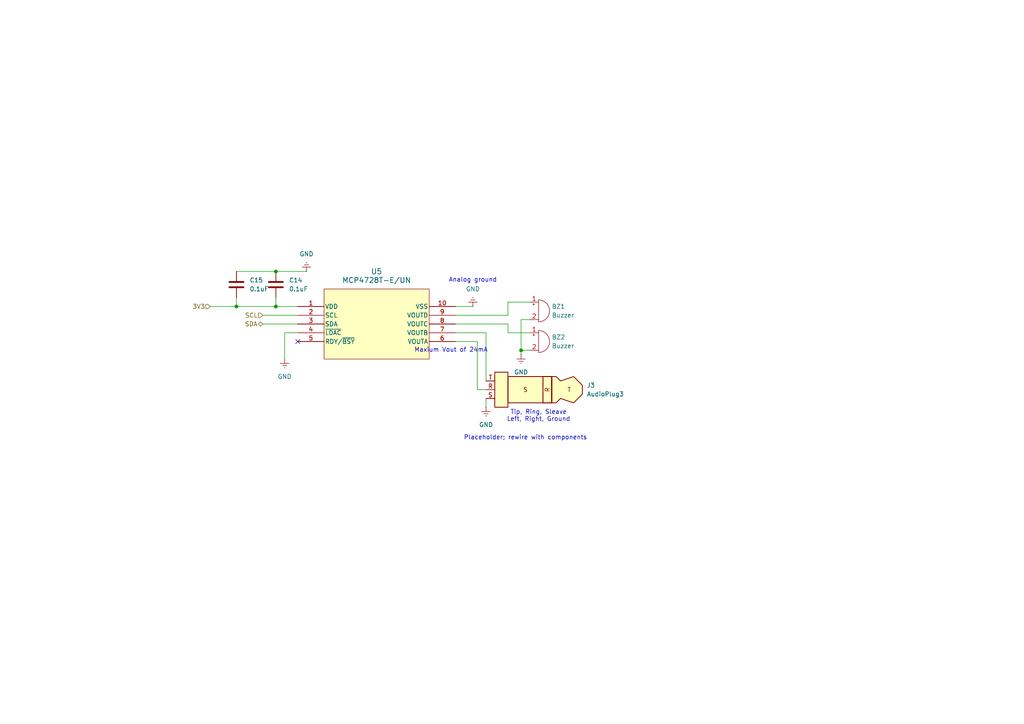
<source format=kicad_sch>
(kicad_sch (version 20231120) (generator "eeschema") (generator_version "8.0")
  (paper "A4")
  (lib_symbols
    (symbol "Connector_Audio:AudioPlug3"
      (property "Reference" "J" (at 1.27 6.35 0))
      (property "Value" "AudioPlug3" (at 1.27 -6.35 0))
      (symbol "AudioPlug3_0_0"
        (text "R" (at -2.54 0 900) (effects (font (size 1.27 1.27))))
      )
      (symbol "AudioPlug3_0_1"
        (rectangle (start -3.81 3.81) (end -1.27 -3.81) (stroke (width 0.254)))
        (rectangle (start -1.27 -1.27) (end -1.27 -1.27))
      )
      (symbol "AudioPlug3_1_0"
        (text "S" (at 3.81 0 0) (effects (font (size 1.27 1.27))))
        (text "T" (at -8.89 0 0) (effects (font (size 1.27 1.27))))
      )
      (symbol "AudioPlug3_1_1"
        (rectangle (start -3.81 3.81) (end 8.89 -3.81) (stroke (width 0.254)) (fill (type background)))
        (polyline (pts (xy -3.81 3.81) (xy -5.08 3.81) (xy -6.35 2.54) (xy -10.16 3.81) (xy -12.7 1.27) (xy -12.7 -1.27) (xy -10.16 -3.81) (xy -6.35 -2.54) (xy -5.08 -3.81) (xy -3.81 -3.81) (xy -3.81 3.81)) (stroke (width 0.254)) (fill (type background)))
        (rectangle (start 12.7 5.08) (end 8.89 -5.08) (stroke (width 0.254)) (fill (type background)))
        (pin passive line (at 15.24 0 180) (length 2.54) (name "~") (number "R"))
        (pin passive line (at 15.24 2.54 180) (length 2.54) (name "~") (number "S"))
        (pin passive line (at 15.24 -2.54 180) (length 2.54) (name "~") (number "T"))
      )
    )
    (symbol "Device:Buzzer" (pin_names (offset 0.0254) hide)
      (property "Reference" "BZ" (at 3.81 1.27 0))
      (property "Value" "Buzzer" (at 3.81 -1.27 0))
      (symbol "Buzzer_0_1"
        (arc (start 0 -3.175) (mid 3.1612 0) (end 0 3.175))
        (polyline (pts (xy -1.651 1.905) (xy -1.143 1.905)))
        (polyline (pts (xy -1.397 2.159) (xy -1.397 1.651)))
        (polyline (pts (xy 0 3.175) (xy 0 -3.175)))
      )
      (symbol "Buzzer_1_1"
        (pin passive line (at -2.54 2.54 0) (length 2.54) (name "+") (number "1"))
        (pin passive line (at -2.54 -2.54 0) (length 2.54) (name "-") (number "2"))
      )
    )
    (symbol "Device:C" (pin_numbers hide) (pin_names (offset 0.254))
      (property "Reference" "C" (at 0.635 2.54 0))
      (property "Value" "C" (at 0.635 -2.54 0))
      (symbol "C_0_1"
        (polyline (pts (xy -2.032 -0.762) (xy 2.032 -0.762)) (stroke (width 0.508)))
        (polyline (pts (xy -2.032 0.762) (xy 2.032 0.762)) (stroke (width 0.508)))
      )
      (symbol "C_1_1"
        (pin passive line (at 0 3.81 270) (length 2.794) (name "~") (number "1"))
        (pin passive line (at 0 -3.81 90) (length 2.794) (name "~") (number "2"))
      )
    )
    (symbol "Peanut:GND" (power) (pin_numbers hide) (pin_names (offset 0) hide)
      (property "Value" "GND" (at 0 -3.81 0))
      (symbol "GND_0_1"
        (polyline (pts (xy -0.635 -1.905) (xy 0.635 -1.905)))
        (polyline (pts (xy -0.127 -2.54) (xy 0.127 -2.54)))
        (polyline (pts (xy 0 -1.27) (xy 0 0)))
        (polyline (pts (xy 1.27 -1.27) (xy -1.27 -1.27)))
      )
      (symbol "GND_1_1"
        (pin power_in line (at 0 0 270) (length 0) (name "~") (number "1"))
      )
    )
    (symbol "Peanut:MCP4728T-E_UN" (pin_names (offset 0.254))
      (property "Reference" "U" (at 34.29 8.89 0))
      (property "Value" "MCP4728T-E/UN" (at 34.29 6.858 0))
      (symbol "MCP4728T-E_UN_0_1"
        (rectangle (start 19.05 5.08) (end 49.53 -15.24) (fill (type background)))
        (pin power_in line (at 11.43 0 0) (length 7.62) (name "VDD") (number "1"))
        (pin power_in line (at 57.15 0 180) (length 7.62) (name "VSS") (number "10"))
        (pin input line (at 11.43 -2.54 0) (length 7.62) (name "SCL") (number "2"))
        (pin bidirectional line (at 11.43 -5.08 0) (length 7.62) (name "SDA") (number "3"))
        (pin output line (at 57.15 -10.16 180) (length 7.62) (name "VOUTA") (number "6"))
        (pin output line (at 57.15 -7.62 180) (length 7.62) (name "VOUTB") (number "7"))
        (pin output line (at 57.15 -5.08 180) (length 7.62) (name "VOUTC") (number "8"))
        (pin output line (at 57.15 -2.54 180) (length 7.62) (name "VOUTD") (number "9"))
      )
      (symbol "MCP4728T-E_UN_1_1"
        (pin input line (at 11.43 -7.62 0) (length 7.62) (name "~{LDAC}") (number "4"))
        (pin output line (at 11.43 -10.16 0) (length 7.62) (name "RDY/~{BSY}") (number "5"))
      )
    )
  )
  (junction (at 80.01 88.9))
  (junction (at 68.58 88.9))
  (junction (at 151.13 101.6))
  (junction (at 80.01 78.74))
  (no_connect (at 86.36 99.06))
  (wire (pts (xy 68.58 88.9) (xy 68.58 86.36)))
  (wire (pts (xy 80.01 86.36) (xy 80.01 88.9)))
  (wire (pts (xy 82.55 104.14) (xy 82.55 96.52)))
  (wire (pts (xy 140.97 115.57) (xy 140.97 118.11)))
  (wire (pts (xy 82.55 96.52) (xy 86.36 96.52)))
  (wire (pts (xy 68.58 78.74) (xy 80.01 78.74)))
  (wire (pts (xy 76.2 91.44) (xy 86.36 91.44)))
  (wire (pts (xy 140.97 96.52) (xy 140.97 110.49)))
  (wire (pts (xy 147.32 87.63) (xy 153.67 87.63)))
  (wire (pts (xy 138.43 113.03) (xy 140.97 113.03)))
  (wire (pts (xy 151.13 102.87) (xy 151.13 101.6)))
  (wire (pts (xy 80.01 88.9) (xy 86.36 88.9)))
  (wire (pts (xy 80.01 78.74) (xy 88.9 78.74)))
  (wire (pts (xy 147.32 93.98) (xy 132.08 93.98)))
  (wire (pts (xy 147.32 91.44) (xy 147.32 87.63)))
  (wire (pts (xy 147.32 96.52) (xy 147.32 93.98)))
  (wire (pts (xy 153.67 96.52) (xy 147.32 96.52)))
  (wire (pts (xy 138.43 99.06) (xy 138.43 113.03)))
  (wire (pts (xy 151.13 101.6) (xy 151.13 92.71)))
  (wire (pts (xy 132.08 99.06) (xy 138.43 99.06)))
  (wire (pts (xy 151.13 92.71) (xy 153.67 92.71)))
  (wire (pts (xy 132.08 91.44) (xy 147.32 91.44)))
  (wire (pts (xy 151.13 101.6) (xy 153.67 101.6)))
  (wire (pts (xy 76.2 93.98) (xy 86.36 93.98)))
  (wire (pts (xy 68.58 88.9) (xy 80.01 88.9)))
  (wire (pts (xy 132.08 88.9) (xy 137.16 88.9)))
  (wire (pts (xy 60.96 88.9) (xy 68.58 88.9)))
  (wire (pts (xy 132.08 96.52) (xy 140.97 96.52)))
  (text "Maxium Vout of 24mA" (at 130.81 101.6 0) (effects (font (size 1.27 1.27))))
  (text "Analog ground\n" (at 137.16 81.28 0) (effects (font (size 1.27 1.27))))
  (text "Placeholder; rewire with components\n" (at 152.4 127 0) (effects (font (size 1.27 1.27))))
  (text "Tip, Ring, Sleave\nLeft, Right, Ground" (at 156.21 120.65 0) (effects (font (size 1.27 1.27))))
  (hierarchical_label "SDA" (shape bidirectional) (at 76.2 93.98 180))
  (hierarchical_label "SCL" (shape input) (at 76.2 91.44 180))
  (hierarchical_label "3V3" (shape input) (at 60.96 88.9 180))
  (symbol (lib_id "Peanut:GND") (at 137.16 88.9 180) (unit 1)
    (property "Reference" "#PWR015" (effects (hide yes)))
    (property "Value" "GND" (at 137.16 83.82 0))
  )
  (symbol (lib_id "Peanut:GND") (at 82.55 104.14 0) (unit 1)
    (property "Reference" "#PWR032" (effects (hide yes)))
    (property "Value" "GND" (at 82.55 109.22 0))
  )
  (symbol (lib_id "Peanut:MCP4728T-E_UN") (at 74.93 88.9 0) (unit 1)
    (property "Reference" "U5" (at 109.22 78.74 0) (effects (font (size 1.524 1.524))))
    (property "Value" "MCP4728T-E/UN" (at 109.22 81.28 0) (effects (font (size 1.524 1.524))))
    (property "Footprint" "Peanut:MSOP10_MC_MCH" (effects (hide yes)))
    (property "Datasheet" "MCP4728T-E/UN" (effects (hide yes)))
    (property "Manufacturer" "Microchip" (effects (hide yes)))
  )
  (symbol (lib_id "Peanut:GND") (at 88.9 78.74 180) (unit 1)
    (property "Reference" "#PWR031" (effects (hide yes)))
    (property "Value" "GND" (at 88.9 73.66 0))
  )
  (symbol (lib_id "Device:C") (at 80.01 82.55 0) (unit 1)
    (property "Reference" "C14" (at 83.82 81.2799 0) (effects (justify left)))
    (property "Value" "0.1uF" (at 83.82 83.8199 0) (effects (justify left)))
    (property "Footprint" "Capacitor_SMD:C_0201_0603Metric" (effects (hide yes)))
    (property "Description" "Unpolarized capacitor" (effects (hide yes)))
  )
  (symbol (lib_id "Device:Buzzer") (at 156.21 90.17 0) (unit 1)
    (property "Reference" "BZ1" (at 160.02 88.8999 0) (effects (justify left)))
    (property "Value" "Buzzer" (at 160.02 91.4399 0) (effects (justify left)))
    (property "Footprint" "Buzzer_Beeper:Buzzer_12x9.5RM7.6" (effects (hide yes)))
    (property "Description" "Buzzer, polarized" (effects (hide yes)))
  )
  (symbol (lib_id "Peanut:GND") (at 140.97 118.11 0) (unit 1)
    (property "Reference" "#PWR030" (effects (hide yes)))
    (property "Value" "GND" (at 140.97 123.19 0))
  )
  (symbol (lib_id "Device:C") (at 68.58 82.55 0) (unit 1)
    (property "Reference" "C15" (at 72.39 81.2799 0) (effects (justify left)))
    (property "Value" "0.1uF" (at 72.39 83.8199 0) (effects (justify left)))
    (property "Footprint" "Capacitor_SMD:C_0201_0603Metric" (effects (hide yes)))
    (property "Description" "Unpolarized capacitor" (effects (hide yes)))
  )
  (symbol (lib_id "Peanut:GND") (at 151.13 102.87 0) (unit 1)
    (property "Reference" "#PWR029" (effects (hide yes)))
    (property "Value" "GND" (at 151.13 107.95 0))
  )
  (symbol (lib_id "Connector_Audio:AudioPlug3") (at 156.21 113.03 180) (unit 1)
    (property "Reference" "J3" (at 170.18 111.7599 0) (effects (justify right)))
    (property "Value" "AudioPlug3" (at 170.18 114.2999 0) (effects (justify right)))
    (property "Footprint" "Connector_Audio:Jack_3.5mm_CUI_SJ-3523-SMT_Horizontal" (effects (hide yes)))
    (property "Description" "Audio Jack, 3 Poles (Stereo / TRS)" (effects (hide yes)))
  )
  (symbol (lib_id "Device:Buzzer") (at 156.21 99.06 0) (unit 1)
    (property "Reference" "BZ2" (at 160.02 97.7899 0) (effects (justify left)))
    (property "Value" "Buzzer" (at 160.02 100.3299 0) (effects (justify left)))
    (property "Footprint" "Buzzer_Beeper:Buzzer_12x9.5RM7.6" (effects (hide yes)))
    (property "Description" "Buzzer, polarized" (effects (hide yes)))
  )
)
</source>
